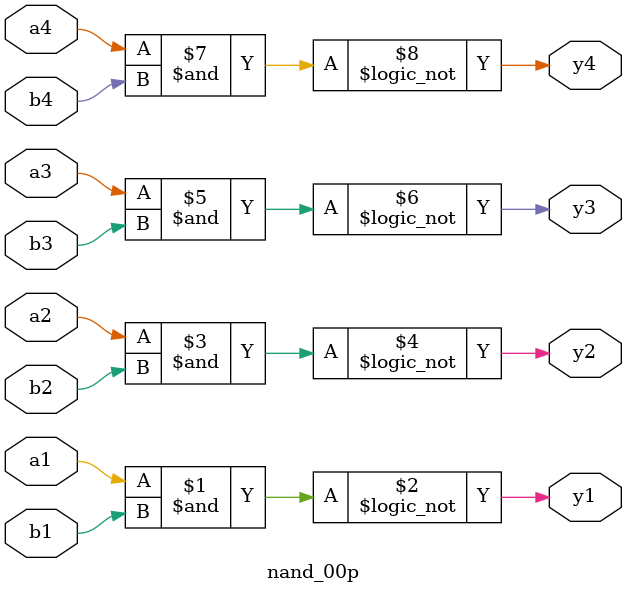
<source format=v>
module nand_00p (
    input a1,
    input b1,
    output y1,

    input a2,
    input b2,
    output y2,

    input a3,
    input b3,
    output y3,

    input a4,
    input b4,
    output y4);

    assign y1 = !(a1 & b1);
    assign y2 = !(a2 & b2);
    assign y3 = !(a3 & b3);
    assign y4 = !(a4 & b4);

endmodule
</source>
